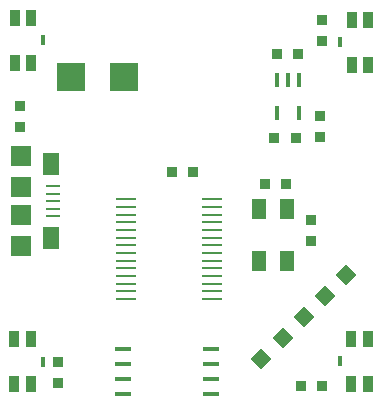
<source format=gbr>
%FSLAX23Y23*%
%MOIN*%
G04 EasyPC Gerber Version 18.0.6 Build 3620 *
%ADD128R,0.01400X0.03700*%
%ADD121R,0.01600X0.04600*%
%ADD123R,0.03340X0.03730*%
%ADD129R,0.03500X0.05800*%
%ADD130R,0.04900X0.06500*%
%ADD127R,0.05700X0.07600*%
%ADD132R,0.09400X0.09400*%
%AMT131*0 Rectangle Pad at angle 45*21,1,0.04900,0.04900,0,0,45*%
%ADD131T131*%
%ADD124R,0.04700X0.01000*%
%ADD119R,0.06600X0.01100*%
%ADD120R,0.05200X0.01600*%
%ADD122R,0.03730X0.03340*%
%ADD126R,0.06900X0.06500*%
%ADD125R,0.06900X0.06800*%
X0Y0D02*
D02*
D119*
X410Y568D03*
Y594D03*
Y619D03*
Y645D03*
Y671D03*
Y696D03*
Y722D03*
Y747D03*
Y773D03*
Y798D03*
Y824D03*
Y850D03*
Y875D03*
Y901D03*
X697Y568D03*
Y594D03*
Y619D03*
Y645D03*
Y671D03*
Y696D03*
Y722D03*
Y747D03*
Y773D03*
Y798D03*
Y824D03*
Y850D03*
Y875D03*
Y901D03*
D02*
D120*
X401Y252D03*
Y302D03*
Y352D03*
Y402D03*
X696Y252D03*
Y302D03*
Y352D03*
Y402D03*
D02*
D121*
X914Y1190D03*
Y1298D03*
X952D03*
X989Y1190D03*
Y1298D03*
D02*
D122*
X57Y1142D03*
Y1212D03*
X185Y287D03*
Y357D03*
X1028Y763D03*
Y833D03*
X1057Y1109D03*
Y1179D03*
X1063Y1430D03*
Y1500D03*
D02*
D123*
X564Y991D03*
X634D03*
X875Y951D03*
X906Y1104D03*
X914Y1386D03*
X946Y951D03*
X977Y1104D03*
X984Y1386D03*
X994Y277D03*
X1063D03*
D02*
D124*
X167Y845D03*
Y870D03*
Y895D03*
Y920D03*
Y945D03*
D02*
D125*
X62Y848D03*
Y942D03*
D02*
D126*
Y746D03*
Y1044D03*
D02*
D127*
X162Y773D03*
Y1017D03*
D02*
D128*
X134Y359D03*
X135Y1431D03*
X1123Y361D03*
X1124Y1425D03*
D02*
D129*
X39Y284D03*
Y434D03*
X40Y1356D03*
Y1506D03*
X95Y284D03*
Y434D03*
X96Y1356D03*
Y1506D03*
X1162Y286D03*
Y436D03*
X1163Y1350D03*
Y1500D03*
X1218Y286D03*
Y436D03*
X1219Y1350D03*
Y1500D03*
D02*
D130*
X855Y694D03*
Y867D03*
X949Y694D03*
Y867D03*
D02*
D131*
X862Y367D03*
X933Y438D03*
X1004Y509D03*
X1074Y579D03*
X1145Y650D03*
D02*
D132*
X229Y1307D03*
X404D03*
X0Y0D02*
M02*

</source>
